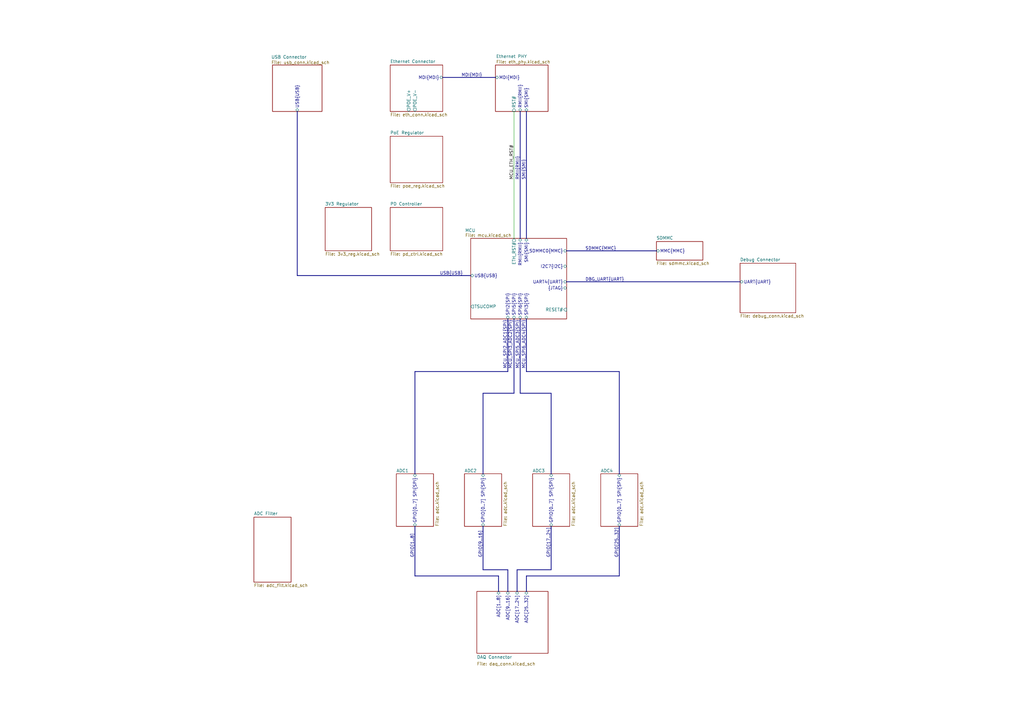
<source format=kicad_sch>
(kicad_sch
	(version 20250114)
	(generator "eeschema")
	(generator_version "9.0")
	(uuid "2970f661-65ab-4e2b-aeda-d76d1044f2b8")
	(paper "A3")
	(lib_symbols)
	(bus_alias "I2C"
		(members "SDA" "SCL")
	)
	(bus
		(pts
			(xy 208.28 130.81) (xy 208.28 152.4)
		)
		(stroke
			(width 0)
			(type default)
		)
		(uuid "11c9a6e4-3bb9-44b9-9de5-be01a31fc433")
	)
	(bus
		(pts
			(xy 215.9 236.22) (xy 254 236.22)
		)
		(stroke
			(width 0)
			(type default)
		)
		(uuid "1225f12d-f3d6-4eb1-9643-d518a89032fb")
	)
	(bus
		(pts
			(xy 215.9 152.4) (xy 254 152.4)
		)
		(stroke
			(width 0)
			(type default)
		)
		(uuid "17ff4846-6988-49f6-a9f4-92c1e0b1e3c4")
	)
	(bus
		(pts
			(xy 208.28 233.68) (xy 198.12 233.68)
		)
		(stroke
			(width 0)
			(type default)
		)
		(uuid "1eef1cca-4c8a-42df-bd04-6e6d3074a1ca")
	)
	(bus
		(pts
			(xy 208.28 242.57) (xy 208.28 233.68)
		)
		(stroke
			(width 0)
			(type default)
		)
		(uuid "2d7d21e6-2577-4318-9641-3fb3d98d03fc")
	)
	(bus
		(pts
			(xy 226.06 161.29) (xy 226.06 194.31)
		)
		(stroke
			(width 0)
			(type default)
		)
		(uuid "360394e0-8c18-4278-8ea4-ce10b498a7b0")
	)
	(bus
		(pts
			(xy 198.12 215.9) (xy 198.12 233.68)
		)
		(stroke
			(width 0)
			(type default)
		)
		(uuid "7dd14072-cfb4-480a-97c1-5183b3e62cef")
	)
	(wire
		(pts
			(xy 210.82 45.72) (xy 210.82 97.79)
		)
		(stroke
			(width 0)
			(type default)
		)
		(uuid "7fe5b5d5-71eb-4fdf-af8d-ba939211c38e")
	)
	(bus
		(pts
			(xy 212.09 233.68) (xy 226.06 233.68)
		)
		(stroke
			(width 0)
			(type default)
		)
		(uuid "81754a24-40e8-4394-a229-a622ab19efdd")
	)
	(bus
		(pts
			(xy 121.92 45.72) (xy 121.92 113.03)
		)
		(stroke
			(width 0)
			(type default)
		)
		(uuid "884bdde0-c221-4c41-a8a4-f273e0f809bf")
	)
	(bus
		(pts
			(xy 198.12 161.29) (xy 198.12 194.31)
		)
		(stroke
			(width 0)
			(type default)
		)
		(uuid "8ce5559f-929a-49a3-a90f-c0f69b705495")
	)
	(bus
		(pts
			(xy 208.28 152.4) (xy 170.18 152.4)
		)
		(stroke
			(width 0)
			(type default)
		)
		(uuid "8e3cd4b7-4464-40d2-8ecc-22ad78f6f8cc")
	)
	(bus
		(pts
			(xy 210.82 161.29) (xy 198.12 161.29)
		)
		(stroke
			(width 0)
			(type default)
		)
		(uuid "997e791d-ea88-4430-94f7-88d65a01aeec")
	)
	(bus
		(pts
			(xy 254 215.9) (xy 254 236.22)
		)
		(stroke
			(width 0)
			(type default)
		)
		(uuid "99ea626e-b952-4284-a72c-12db07e99349")
	)
	(bus
		(pts
			(xy 204.47 242.57) (xy 204.47 236.22)
		)
		(stroke
			(width 0)
			(type default)
		)
		(uuid "a1e35693-7fab-4808-8e81-6db89a3a7533")
	)
	(bus
		(pts
			(xy 215.9 130.81) (xy 215.9 152.4)
		)
		(stroke
			(width 0)
			(type default)
		)
		(uuid "a396c609-06e6-42b7-8211-cc1e0e8ff478")
	)
	(bus
		(pts
			(xy 210.82 130.81) (xy 210.82 161.29)
		)
		(stroke
			(width 0)
			(type default)
		)
		(uuid "a7aa3504-c09f-45da-8171-61de6e5c405a")
	)
	(bus
		(pts
			(xy 232.41 115.57) (xy 303.53 115.57)
		)
		(stroke
			(width 0)
			(type default)
		)
		(uuid "aa17aac3-4531-48ef-8896-46215f5c34f9")
	)
	(bus
		(pts
			(xy 181.61 31.75) (xy 203.2 31.75)
		)
		(stroke
			(width 0)
			(type default)
		)
		(uuid "b2c676db-21dd-4ef0-9f16-5e51c0557b4d")
	)
	(bus
		(pts
			(xy 232.41 102.87) (xy 269.24 102.87)
		)
		(stroke
			(width 0)
			(type default)
		)
		(uuid "bc24dd01-907f-4a4e-bb67-dd1355fc99ce")
	)
	(bus
		(pts
			(xy 212.09 242.57) (xy 212.09 233.68)
		)
		(stroke
			(width 0)
			(type default)
		)
		(uuid "bd812a5e-5d77-4ee4-84c0-695f55f3ee8a")
	)
	(bus
		(pts
			(xy 170.18 152.4) (xy 170.18 194.31)
		)
		(stroke
			(width 0)
			(type default)
		)
		(uuid "be5075c2-3c6e-46a0-8c0a-2ca7d6826570")
	)
	(bus
		(pts
			(xy 254 152.4) (xy 254 194.31)
		)
		(stroke
			(width 0)
			(type default)
		)
		(uuid "c59305ef-90f4-4ca7-a713-35232d9d68bd")
	)
	(bus
		(pts
			(xy 121.92 113.03) (xy 193.04 113.03)
		)
		(stroke
			(width 0)
			(type default)
		)
		(uuid "d8ffa511-2622-457a-8f61-6c3f0d9c974f")
	)
	(bus
		(pts
			(xy 170.18 215.9) (xy 170.18 236.22)
		)
		(stroke
			(width 0)
			(type default)
		)
		(uuid "da9b6e27-c087-4f32-a525-321513df9beb")
	)
	(bus
		(pts
			(xy 215.9 45.72) (xy 215.9 97.79)
		)
		(stroke
			(width 0)
			(type default)
		)
		(uuid "dd480f5c-700b-40da-ab23-a83a6046c1b1")
	)
	(bus
		(pts
			(xy 213.36 45.72) (xy 213.36 97.79)
		)
		(stroke
			(width 0)
			(type default)
		)
		(uuid "dfc6c4df-748f-46b3-9b82-bddfeb15011f")
	)
	(bus
		(pts
			(xy 204.47 236.22) (xy 170.18 236.22)
		)
		(stroke
			(width 0)
			(type default)
		)
		(uuid "e4757e21-4c96-4a15-b50c-53e99e5f4e80")
	)
	(bus
		(pts
			(xy 226.06 215.9) (xy 226.06 233.68)
		)
		(stroke
			(width 0)
			(type default)
		)
		(uuid "e530d9dd-efc1-4100-ab09-5d75032c56a0")
	)
	(bus
		(pts
			(xy 215.9 242.57) (xy 215.9 236.22)
		)
		(stroke
			(width 0)
			(type default)
		)
		(uuid "f59baca8-64fc-40cb-bc4d-126c6dc9009e")
	)
	(bus
		(pts
			(xy 213.36 161.29) (xy 226.06 161.29)
		)
		(stroke
			(width 0)
			(type default)
		)
		(uuid "fa4c3f36-b693-469a-97e9-0f12a64d2db4")
	)
	(bus
		(pts
			(xy 213.36 130.81) (xy 213.36 161.29)
		)
		(stroke
			(width 0)
			(type default)
		)
		(uuid "ff1f1f94-347c-4ee9-87aa-2e3aacbf371e")
	)
	(label "GPIO[25..32]"
		(at 254 228.6 90)
		(effects
			(font
				(size 1.27 1.27)
			)
			(justify left bottom)
		)
		(uuid "074b7510-53b8-4bb3-9843-84cec68853d2")
	)
	(label "USB{USB}"
		(at 180.34 113.03 0)
		(effects
			(font
				(size 1.27 1.27)
			)
			(justify left bottom)
		)
		(uuid "12cf03a0-eabc-4b6d-8ade-faab7ea210ab")
	)
	(label "SMI{SMI}"
		(at 215.9 73.66 90)
		(effects
			(font
				(size 1.27 1.27)
			)
			(justify left bottom)
		)
		(uuid "1e9caabe-e396-4ee9-8fac-c9fb52dcfc01")
	)
	(label "GPIO[17..24]"
		(at 226.06 228.6 90)
		(effects
			(font
				(size 1.27 1.27)
			)
			(justify left bottom)
		)
		(uuid "2cd815c7-9b18-463c-a23b-1ddee8ce99f6")
	)
	(label "MCU_SPI2_ADC1{SPI}"
		(at 208.28 151.13 90)
		(effects
			(font
				(size 1.27 1.27)
			)
			(justify left bottom)
		)
		(uuid "44611af2-5bcd-4098-8d13-0a59a999b087")
	)
	(label "RMII{RMII}"
		(at 213.36 73.66 90)
		(effects
			(font
				(size 1.27 1.27)
			)
			(justify left bottom)
		)
		(uuid "4bb4b082-5ba4-4f8f-8fe3-0ce1902884fb")
	)
	(label "MCU_ETH_RST#"
		(at 210.82 73.66 90)
		(effects
			(font
				(size 1.27 1.27)
			)
			(justify left bottom)
		)
		(uuid "54a846c5-0d97-48c0-a0f4-78046fe34614")
	)
	(label "MCU_SPI6_ADC4{SPI}"
		(at 215.9 151.13 90)
		(effects
			(font
				(size 1.27 1.27)
			)
			(justify left bottom)
		)
		(uuid "7c734ff9-c4f1-4839-9334-0b6ad3049276")
	)
	(label "GPIO[9..16]"
		(at 198.12 228.6 90)
		(effects
			(font
				(size 1.27 1.27)
			)
			(justify left bottom)
		)
		(uuid "7e328474-9438-4af3-803f-3c25368efca0")
	)
	(label "SDMMC{MMC}"
		(at 240.03 102.87 0)
		(effects
			(font
				(size 1.27 1.27)
			)
			(justify left bottom)
		)
		(uuid "9860ffc2-31f7-4de8-9bd1-f06cdb5bf6a3")
	)
	(label "MDI{MDI}"
		(at 189.23 31.75 0)
		(effects
			(font
				(size 1.27 1.27)
			)
			(justify left bottom)
		)
		(uuid "9aabc7a9-4e51-44c4-993f-7a0ab63a64ea")
	)
	(label "GPIO[1..8]"
		(at 170.18 228.6 90)
		(effects
			(font
				(size 1.27 1.27)
			)
			(justify left bottom)
		)
		(uuid "a30f16cc-ef73-4adf-8aba-d85c23744d8f")
	)
	(label "MCU_SPI5_ADC3{SPI}"
		(at 213.36 151.13 90)
		(effects
			(font
				(size 1.27 1.27)
			)
			(justify left bottom)
		)
		(uuid "b9ad7af4-e8f1-4737-8ee6-bf23567f4335")
	)
	(label "MCU_SPI3_ADC2{SPI}"
		(at 210.3974 151.1476 90)
		(effects
			(font
				(size 1.27 1.27)
			)
			(justify left bottom)
		)
		(uuid "f4b2512c-4371-4106-8065-1af51ae90203")
	)
	(label "DBG_UART{UART}"
		(at 240.03 115.57 0)
		(effects
			(font
				(size 1.27 1.27)
			)
			(justify left bottom)
		)
		(uuid "f60fc5f4-ebb9-4a05-8bbc-2fc99925147c")
	)
	(sheet
		(at 203.2 26.67)
		(size 21.59 19.05)
		(exclude_from_sim no)
		(in_bom yes)
		(on_board yes)
		(dnp no)
		(stroke
			(width 0.1524)
			(type solid)
		)
		(fill
			(color 0 0 0 0.0000)
		)
		(uuid "137b64ac-bb8a-47f8-a978-820d95645cab")
		(property "Sheetname" "Ethernet PHY"
			(at 203.454 23.876 0)
			(effects
				(font
					(size 1.27 1.27)
				)
				(justify left bottom)
			)
		)
		(property "Sheetfile" "eth_phy.kicad_sch"
			(at 203.454 24.638 0)
			(effects
				(font
					(size 1.27 1.27)
				)
				(justify left top)
			)
		)
		(pin "MDI{MDI}" bidirectional
			(at 203.2 31.75 180)
			(uuid "5582a025-dc5e-4f81-91bb-0898ee04255d")
			(effects
				(font
					(size 1.27 1.27)
				)
				(justify left)
			)
		)
		(pin "RMII{RMII}" bidirectional
			(at 213.36 45.72 270)
			(uuid "4dc00142-fcdc-43b1-8d1d-b1945ff7d211")
			(effects
				(font
					(size 1.27 1.27)
				)
				(justify left)
			)
		)
		(pin "RST#" input
			(at 210.82 45.72 270)
			(uuid "f5175b0f-065e-40af-b70f-78e4374e74b3")
			(effects
				(font
					(size 1.27 1.27)
				)
				(justify left)
			)
		)
		(pin "SMI{SMI}" bidirectional
			(at 215.9 45.72 270)
			(uuid "ad744d73-0ac4-4811-b613-8019b2c36d8f")
			(effects
				(font
					(size 1.27 1.27)
				)
				(justify left)
			)
		)
		(instances
			(project "netdaq"
				(path "/2970f661-65ab-4e2b-aeda-d76d1044f2b8"
					(page "3")
				)
			)
		)
	)
	(sheet
		(at 269.24 99.06)
		(size 19.05 7.62)
		(exclude_from_sim no)
		(in_bom yes)
		(on_board yes)
		(dnp no)
		(fields_autoplaced yes)
		(stroke
			(width 0.1524)
			(type solid)
		)
		(fill
			(color 0 0 0 0.0000)
		)
		(uuid "1813fba9-8b3b-4d19-ab19-e743aa636a8b")
		(property "Sheetname" "SDMMC"
			(at 269.24 98.3484 0)
			(effects
				(font
					(size 1.27 1.27)
				)
				(justify left bottom)
			)
		)
		(property "Sheetfile" "sdmmc.kicad_sch"
			(at 269.24 107.2646 0)
			(effects
				(font
					(size 1.27 1.27)
				)
				(justify left top)
			)
		)
		(property "Field2" ""
			(at 269.24 99.06 0)
			(effects
				(font
					(size 1.27 1.27)
				)
			)
		)
		(pin "MMC{MMC}" bidirectional
			(at 269.24 102.87 180)
			(uuid "e72fd6e7-36f5-4dc8-84c1-aa6b804cd0ac")
			(effects
				(font
					(size 1.27 1.27)
				)
				(justify left)
			)
		)
		(instances
			(project "netdaq"
				(path "/2970f661-65ab-4e2b-aeda-d76d1044f2b8"
					(page "11")
				)
			)
		)
	)
	(sheet
		(at 190.5 194.31)
		(size 15.24 21.59)
		(exclude_from_sim no)
		(in_bom yes)
		(on_board yes)
		(dnp no)
		(stroke
			(width 0.1524)
			(type solid)
		)
		(fill
			(color 0 0 0 0.0000)
		)
		(uuid "1b815250-feab-4e15-9fc8-1220df09f4d5")
		(property "Sheetname" "ADC2"
			(at 190.5 193.802 0)
			(effects
				(font
					(size 1.27 1.27)
				)
				(justify left bottom)
			)
		)
		(property "Sheetfile" "adc.kicad_sch"
			(at 206.502 215.9 90)
			(effects
				(font
					(size 1.27 1.27)
				)
				(justify left top)
			)
		)
		(pin "GPIO[0..7]" bidirectional
			(at 198.12 215.9 270)
			(uuid "7f6d0ac4-6e27-4b79-a97e-786a118b1bad")
			(effects
				(font
					(size 1.27 1.27)
				)
				(justify left)
			)
		)
		(pin "SPI{SPI}" bidirectional
			(at 198.12 194.31 90)
			(uuid "c940ecc7-1442-4a62-957b-dbbce62b064d")
			(effects
				(font
					(size 1.27 1.27)
				)
				(justify right)
			)
		)
		(instances
			(project "netdaq"
				(path "/2970f661-65ab-4e2b-aeda-d76d1044f2b8"
					(page "13")
				)
			)
		)
	)
	(sheet
		(at 303.53 107.95)
		(size 22.86 20.32)
		(exclude_from_sim no)
		(in_bom yes)
		(on_board yes)
		(dnp no)
		(fields_autoplaced yes)
		(stroke
			(width 0.1524)
			(type solid)
		)
		(fill
			(color 0 0 0 0.0000)
		)
		(uuid "3126208c-7808-4087-8557-46cefae30ae4")
		(property "Sheetname" "Debug Connector"
			(at 303.53 107.2384 0)
			(effects
				(font
					(size 1.27 1.27)
				)
				(justify left bottom)
			)
		)
		(property "Sheetfile" "debug_conn.kicad_sch"
			(at 303.53 128.8546 0)
			(effects
				(font
					(size 1.27 1.27)
				)
				(justify left top)
			)
		)
		(pin "UART{UART}" bidirectional
			(at 303.53 115.57 180)
			(uuid "19070924-9953-422d-9bd5-adfe4acb6a9f")
			(effects
				(font
					(size 1.27 1.27)
				)
				(justify left)
			)
		)
		(instances
			(project "netdaq"
				(path "/2970f661-65ab-4e2b-aeda-d76d1044f2b8"
					(page "9")
				)
			)
		)
	)
	(sheet
		(at 218.44 194.31)
		(size 15.24 21.59)
		(exclude_from_sim no)
		(in_bom yes)
		(on_board yes)
		(dnp no)
		(stroke
			(width 0.1524)
			(type solid)
		)
		(fill
			(color 0 0 0 0.0000)
		)
		(uuid "443c8de8-4114-4248-9fe3-e4e39d7e1ee6")
		(property "Sheetname" "ADC3"
			(at 218.44 193.802 0)
			(effects
				(font
					(size 1.27 1.27)
				)
				(justify left bottom)
			)
		)
		(property "Sheetfile" "adc.kicad_sch"
			(at 234.442 215.9 90)
			(effects
				(font
					(size 1.27 1.27)
				)
				(justify left top)
			)
		)
		(pin "GPIO[0..7]" bidirectional
			(at 226.06 215.9 270)
			(uuid "51791839-6ef5-418a-9bd8-2760b12f5a99")
			(effects
				(font
					(size 1.27 1.27)
				)
				(justify left)
			)
		)
		(pin "SPI{SPI}" bidirectional
			(at 226.06 194.31 90)
			(uuid "df365a12-cba5-47f2-b5e2-aa2124f030c8")
			(effects
				(font
					(size 1.27 1.27)
				)
				(justify right)
			)
		)
		(instances
			(project "netdaq"
				(path "/2970f661-65ab-4e2b-aeda-d76d1044f2b8"
					(page "14")
				)
			)
		)
	)
	(sheet
		(at 160.02 55.88)
		(size 21.59 19.05)
		(exclude_from_sim no)
		(in_bom yes)
		(on_board yes)
		(dnp no)
		(fields_autoplaced yes)
		(stroke
			(width 0.1524)
			(type solid)
		)
		(fill
			(color 0 0 0 0.0000)
		)
		(uuid "475d46f3-a9d1-4d0e-882c-449f9a11ef3e")
		(property "Sheetname" "PoE Regulator"
			(at 160.02 55.1684 0)
			(effects
				(font
					(size 1.27 1.27)
				)
				(justify left bottom)
			)
		)
		(property "Sheetfile" "poe_reg.kicad_sch"
			(at 160.02 75.5146 0)
			(effects
				(font
					(size 1.27 1.27)
				)
				(justify left top)
			)
		)
		(instances
			(project "netdaq"
				(path "/2970f661-65ab-4e2b-aeda-d76d1044f2b8"
					(page "6")
				)
			)
		)
	)
	(sheet
		(at 133.35 85.09)
		(size 19.05 17.78)
		(exclude_from_sim no)
		(in_bom yes)
		(on_board yes)
		(dnp no)
		(fields_autoplaced yes)
		(stroke
			(width 0.1524)
			(type solid)
		)
		(fill
			(color 0 0 0 0.0000)
		)
		(uuid "4a874178-a54c-4eb4-8350-ff261e3dfdab")
		(property "Sheetname" "3V3 Regulator"
			(at 133.35 84.3784 0)
			(effects
				(font
					(size 1.27 1.27)
				)
				(justify left bottom)
			)
		)
		(property "Sheetfile" "3v3_reg.kicad_sch"
			(at 133.35 103.4546 0)
			(effects
				(font
					(size 1.27 1.27)
				)
				(justify left top)
			)
		)
		(instances
			(project "netdaq"
				(path "/2970f661-65ab-4e2b-aeda-d76d1044f2b8"
					(page "10")
				)
			)
		)
	)
	(sheet
		(at 104.14 212.09)
		(size 15.24 26.67)
		(exclude_from_sim no)
		(in_bom yes)
		(on_board yes)
		(dnp no)
		(fields_autoplaced yes)
		(stroke
			(width 0.1524)
			(type solid)
		)
		(fill
			(color 0 0 0 0.0000)
		)
		(uuid "7a83739f-85b4-43e8-9dfb-6f7324317528")
		(property "Sheetname" "ADC Filter"
			(at 104.14 211.3784 0)
			(effects
				(font
					(size 1.27 1.27)
				)
				(justify left bottom)
			)
		)
		(property "Sheetfile" "adc_filt.kicad_sch"
			(at 104.14 239.3446 0)
			(effects
				(font
					(size 1.27 1.27)
				)
				(justify left top)
			)
		)
		(instances
			(project "netdaq"
				(path "/2970f661-65ab-4e2b-aeda-d76d1044f2b8"
					(page "16")
				)
			)
		)
	)
	(sheet
		(at 162.56 194.31)
		(size 15.24 21.59)
		(exclude_from_sim no)
		(in_bom yes)
		(on_board yes)
		(dnp no)
		(stroke
			(width 0.1524)
			(type solid)
		)
		(fill
			(color 0 0 0 0.0000)
		)
		(uuid "8ecbce95-7163-4b25-8ea0-7aacaf2b4420")
		(property "Sheetname" "ADC1"
			(at 162.56 193.802 0)
			(effects
				(font
					(size 1.27 1.27)
				)
				(justify left bottom)
			)
		)
		(property "Sheetfile" "adc.kicad_sch"
			(at 178.562 215.9 90)
			(effects
				(font
					(size 1.27 1.27)
				)
				(justify left top)
			)
		)
		(pin "GPIO[0..7]" bidirectional
			(at 170.18 215.9 270)
			(uuid "96d3cdaa-011f-4e5a-a3f0-ec9ed304b75b")
			(effects
				(font
					(size 1.27 1.27)
				)
				(justify left)
			)
		)
		(pin "SPI{SPI}" bidirectional
			(at 170.18 194.31 90)
			(uuid "26cee45f-8b15-4da2-a295-8f958aceb496")
			(effects
				(font
					(size 1.27 1.27)
				)
				(justify right)
			)
		)
		(instances
			(project "netdaq"
				(path "/2970f661-65ab-4e2b-aeda-d76d1044f2b8"
					(page "12")
				)
			)
		)
	)
	(sheet
		(at 195.58 242.57)
		(size 29.21 25.4)
		(exclude_from_sim no)
		(in_bom yes)
		(on_board yes)
		(dnp no)
		(stroke
			(width 0.1524)
			(type solid)
		)
		(fill
			(color 0 0 0 0.0000)
		)
		(uuid "944febd4-cf2d-4cdf-a15e-06eb4d902218")
		(property "Sheetname" "DAQ Connector"
			(at 195.58 270.256 0)
			(effects
				(font
					(size 1.27 1.27)
				)
				(justify left bottom)
			)
		)
		(property "Sheetfile" "daq_conn.kicad_sch"
			(at 195.58 271.526 0)
			(effects
				(font
					(size 1.27 1.27)
				)
				(justify left top)
			)
		)
		(pin "ADC[1..8]" bidirectional
			(at 204.47 242.57 90)
			(uuid "5bbb4b85-20e5-4b61-8876-d96a267948d9")
			(effects
				(font
					(size 1.27 1.27)
				)
				(justify right)
			)
		)
		(pin "ADC[9..16]" bidirectional
			(at 208.28 242.57 90)
			(uuid "173736aa-391e-45b3-a91b-2158cf8a23a3")
			(effects
				(font
					(size 1.27 1.27)
				)
				(justify right)
			)
		)
		(pin "ADC[17..24]" bidirectional
			(at 212.09 242.57 90)
			(uuid "7552c564-390c-442e-9241-1b08b3f9e689")
			(effects
				(font
					(size 1.27 1.27)
				)
				(justify right)
			)
		)
		(pin "ADC[25..32]" bidirectional
			(at 215.9 242.57 90)
			(uuid "7f90b077-813c-49a5-a205-5c5773bfd204")
			(effects
				(font
					(size 1.27 1.27)
				)
				(justify right)
			)
		)
		(instances
			(project "netdaq"
				(path "/2970f661-65ab-4e2b-aeda-d76d1044f2b8"
					(page "5")
				)
			)
		)
	)
	(sheet
		(at 246.38 194.31)
		(size 15.24 21.59)
		(exclude_from_sim no)
		(in_bom yes)
		(on_board yes)
		(dnp no)
		(stroke
			(width 0.1524)
			(type solid)
		)
		(fill
			(color 0 0 0 0.0000)
		)
		(uuid "b1f1b5cf-56ac-4b0f-bbb9-08aecf979a8c")
		(property "Sheetname" "ADC4"
			(at 246.38 193.802 0)
			(effects
				(font
					(size 1.27 1.27)
				)
				(justify left bottom)
			)
		)
		(property "Sheetfile" "adc.kicad_sch"
			(at 262.382 215.9 90)
			(effects
				(font
					(size 1.27 1.27)
				)
				(justify left top)
			)
		)
		(pin "GPIO[0..7]" bidirectional
			(at 254 215.9 270)
			(uuid "3b81dac5-83aa-46d4-be92-6a9fa560b81f")
			(effects
				(font
					(size 1.27 1.27)
				)
				(justify left)
			)
		)
		(pin "SPI{SPI}" bidirectional
			(at 254 194.31 90)
			(uuid "1bcb13c8-95e7-4fbf-abce-0484a2490968")
			(effects
				(font
					(size 1.27 1.27)
				)
				(justify right)
			)
		)
		(instances
			(project "netdaq"
				(path "/2970f661-65ab-4e2b-aeda-d76d1044f2b8"
					(page "15")
				)
			)
		)
	)
	(sheet
		(at 111.76 26.67)
		(size 20.32 19.05)
		(exclude_from_sim no)
		(in_bom yes)
		(on_board yes)
		(dnp no)
		(stroke
			(width 0.1524)
			(type solid)
		)
		(fill
			(color 0 0 0 0.0000)
		)
		(uuid "c9141396-b417-45d3-9560-a5d378bd1b7a")
		(property "Sheetname" "USB Connector"
			(at 111.252 24.13 0)
			(effects
				(font
					(size 1.27 1.27)
				)
				(justify left bottom)
			)
		)
		(property "Sheetfile" "usb_conn.kicad_sch"
			(at 111.252 24.892 0)
			(effects
				(font
					(size 1.27 1.27)
				)
				(justify left top)
			)
		)
		(pin "USB{USB}" bidirectional
			(at 121.92 45.72 270)
			(uuid "dae8792d-f554-4c55-a443-9672b1a4774e")
			(effects
				(font
					(size 1.27 1.27)
				)
				(justify left)
			)
		)
		(instances
			(project "netdaq"
				(path "/2970f661-65ab-4e2b-aeda-d76d1044f2b8"
					(page "8")
				)
			)
		)
	)
	(sheet
		(at 160.02 85.09)
		(size 21.59 17.78)
		(exclude_from_sim no)
		(in_bom yes)
		(on_board yes)
		(dnp no)
		(fields_autoplaced yes)
		(stroke
			(width 0.1524)
			(type solid)
		)
		(fill
			(color 0 0 0 0.0000)
		)
		(uuid "dfd7c564-50b6-4b87-afcf-cfbf80807611")
		(property "Sheetname" "PD Controller"
			(at 160.02 84.3784 0)
			(effects
				(font
					(size 1.27 1.27)
				)
				(justify left bottom)
			)
		)
		(property "Sheetfile" "pd_ctrl.kicad_sch"
			(at 160.02 103.4546 0)
			(effects
				(font
					(size 1.27 1.27)
				)
				(justify left top)
			)
		)
		(instances
			(project "netdaq"
				(path "/2970f661-65ab-4e2b-aeda-d76d1044f2b8"
					(page "7")
				)
			)
		)
	)
	(sheet
		(at 193.04 97.79)
		(size 39.37 33.02)
		(exclude_from_sim no)
		(in_bom yes)
		(on_board yes)
		(dnp no)
		(stroke
			(width 0.1524)
			(type solid)
		)
		(fill
			(color 0 0 0 0.0000)
		)
		(uuid "e0b2477a-74c1-4066-8a9f-fdb22c0a3710")
		(property "Sheetname" "MCU"
			(at 190.754 95.25 0)
			(effects
				(font
					(size 1.27 1.27)
				)
				(justify left bottom)
			)
		)
		(property "Sheetfile" "mcu.kicad_sch"
			(at 190.754 95.758 0)
			(effects
				(font
					(size 1.27 1.27)
				)
				(justify left top)
			)
		)
		(pin "SDMMC0{MMC}" bidirectional
			(at 232.41 102.87 0)
			(uuid "d2fa0e17-fcfb-4d38-abbb-f6ad647f8782")
			(effects
				(font
					(size 1.27 1.27)
				)
				(justify right)
			)
		)
		(pin "SPI2{SPI}" bidirectional
			(at 208.28 130.81 270)
			(uuid "9c56915a-d470-4861-a584-c93c0a54a6d9")
			(effects
				(font
					(size 1.27 1.27)
				)
				(justify left)
			)
		)
		(pin "{JTAG}" bidirectional
			(at 232.41 118.11 0)
			(uuid "fc593c86-4c52-4bf9-9332-872bc0e751ae")
			(effects
				(font
					(size 1.27 1.27)
				)
				(justify right)
			)
		)
		(pin "RESET#" input
			(at 232.41 127 0)
			(uuid "47eaac84-d39a-4010-9fdb-26716cdcb34b")
			(effects
				(font
					(size 1.27 1.27)
				)
				(justify right)
			)
		)
		(pin "TSUCOMP" output
			(at 193.04 125.73 180)
			(uuid "467fc712-ac90-4e43-9470-b7dae52b7149")
			(effects
				(font
					(size 1.27 1.27)
				)
				(justify left)
			)
		)
		(pin "ETH_RST#" output
			(at 210.82 97.79 90)
			(uuid "99146a6f-8c68-412b-bb42-1d74faa4d546")
			(effects
				(font
					(size 1.27 1.27)
				)
				(justify right)
			)
		)
		(pin "RMII{RMII}" bidirectional
			(at 213.36 97.79 90)
			(uuid "242641fc-080b-4a99-94b6-e07743e32e31")
			(effects
				(font
					(size 1.27 1.27)
				)
				(justify right)
			)
		)
		(pin "SMI{SMI}" bidirectional
			(at 215.9 97.79 90)
			(uuid "5b9647e6-38d0-47ad-98f0-7f30ab6d0de2")
			(effects
				(font
					(size 1.27 1.27)
				)
				(justify right)
			)
		)
		(pin "I2C7{I2C}" bidirectional
			(at 232.41 109.22 0)
			(uuid "e6b60101-0bb5-4872-a1c8-d6f1ace6d8d3")
			(effects
				(font
					(size 1.27 1.27)
				)
				(justify right)
			)
		)
		(pin "UART4{UART}" bidirectional
			(at 232.41 115.57 0)
			(uuid "e33a70bd-a2f4-4af1-a7c5-b70a1dfeafe5")
			(effects
				(font
					(size 1.27 1.27)
				)
				(justify right)
			)
		)
		(pin "USB{USB}" bidirectional
			(at 193.04 113.03 180)
			(uuid "2ace3722-90f5-42da-bbf0-192a46dd4e19")
			(effects
				(font
					(size 1.27 1.27)
				)
				(justify left)
			)
		)
		(pin "SPI3{SPI}" bidirectional
			(at 215.9 130.81 270)
			(uuid "73dcca08-800b-4064-8f88-f88033e3015c")
			(effects
				(font
					(size 1.27 1.27)
				)
				(justify left)
			)
		)
		(pin "SPI5{SPI}" bidirectional
			(at 210.82 130.81 270)
			(uuid "e43e20b2-0c28-47a8-94dc-679681890c48")
			(effects
				(font
					(size 1.27 1.27)
				)
				(justify left)
			)
		)
		(pin "SPI6{SPI}" bidirectional
			(at 213.36 130.81 270)
			(uuid "5bbb0773-9444-45b9-aab0-e19d7aed5ce1")
			(effects
				(font
					(size 1.27 1.27)
				)
				(justify left)
			)
		)
		(instances
			(project "netdaq"
				(path "/2970f661-65ab-4e2b-aeda-d76d1044f2b8"
					(page "2")
				)
			)
		)
	)
	(sheet
		(at 160.02 26.67)
		(size 21.59 19.05)
		(exclude_from_sim no)
		(in_bom yes)
		(on_board yes)
		(dnp no)
		(fields_autoplaced yes)
		(stroke
			(width 0.1524)
			(type solid)
		)
		(fill
			(color 0 0 0 0.0000)
		)
		(uuid "ea65a3d0-a0be-4201-b06b-091231bedc11")
		(property "Sheetname" "Ethernet Connector"
			(at 160.02 25.9584 0)
			(effects
				(font
					(size 1.27 1.27)
				)
				(justify left bottom)
			)
		)
		(property "Sheetfile" "eth_conn.kicad_sch"
			(at 160.02 46.3046 0)
			(effects
				(font
					(size 1.27 1.27)
				)
				(justify left top)
			)
		)
		(pin "MDI{MDI}" bidirectional
			(at 181.61 31.75 0)
			(uuid "caa37bd2-25bb-423b-8599-7a5e2703aa8c")
			(effects
				(font
					(size 1.27 1.27)
				)
				(justify right)
			)
		)
		(pin "POE_V+" output
			(at 167.64 45.72 270)
			(uuid "c1c5909d-e6b4-439a-ae92-886cea7fb887")
			(effects
				(font
					(size 1.27 1.27)
				)
				(justify left)
			)
		)
		(pin "POE_V-" output
			(at 170.18 45.72 270)
			(uuid "b16ba324-41b4-4145-9e94-fd3ec168601c")
			(effects
				(font
					(size 1.27 1.27)
				)
				(justify left)
			)
		)
		(instances
			(project "netdaq"
				(path "/2970f661-65ab-4e2b-aeda-d76d1044f2b8"
					(page "4")
				)
			)
		)
	)
	(sheet_instances
		(path "/"
			(page "1")
		)
	)
	(embedded_fonts no)
)

</source>
